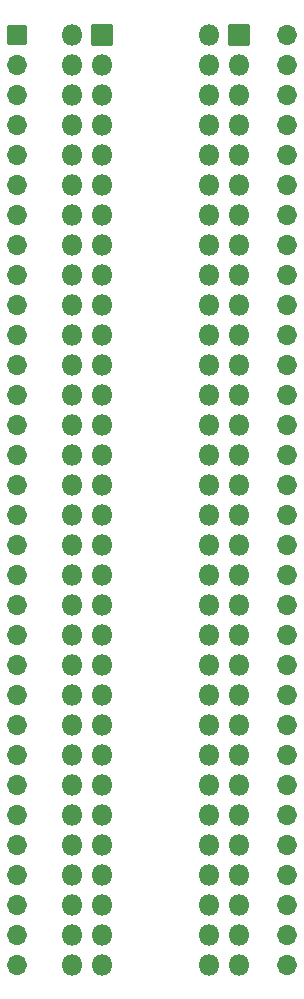
<source format=gbr>
G04 #@! TF.GenerationSoftware,KiCad,Pcbnew,(7.0.0-0)*
G04 #@! TF.CreationDate,2023-03-11T12:41:52+01:00*
G04 #@! TF.ProjectId,86KUUTHeader,38364b55-5554-4486-9561-6465722e6b69,rev?*
G04 #@! TF.SameCoordinates,Original*
G04 #@! TF.FileFunction,Soldermask,Bot*
G04 #@! TF.FilePolarity,Negative*
%FSLAX46Y46*%
G04 Gerber Fmt 4.6, Leading zero omitted, Abs format (unit mm)*
G04 Created by KiCad (PCBNEW (7.0.0-0)) date 2023-03-11 12:41:52*
%MOMM*%
%LPD*%
G01*
G04 APERTURE LIST*
G04 Aperture macros list*
%AMRoundRect*
0 Rectangle with rounded corners*
0 $1 Rounding radius*
0 $2 $3 $4 $5 $6 $7 $8 $9 X,Y pos of 4 corners*
0 Add a 4 corners polygon primitive as box body*
4,1,4,$2,$3,$4,$5,$6,$7,$8,$9,$2,$3,0*
0 Add four circle primitives for the rounded corners*
1,1,$1+$1,$2,$3*
1,1,$1+$1,$4,$5*
1,1,$1+$1,$6,$7*
1,1,$1+$1,$8,$9*
0 Add four rect primitives between the rounded corners*
20,1,$1+$1,$2,$3,$4,$5,0*
20,1,$1+$1,$4,$5,$6,$7,0*
20,1,$1+$1,$6,$7,$8,$9,0*
20,1,$1+$1,$8,$9,$2,$3,0*%
G04 Aperture macros list end*
%ADD10RoundRect,0.051000X-0.850000X-0.850000X0.850000X-0.850000X0.850000X0.850000X-0.850000X0.850000X0*%
%ADD11O,1.802000X1.802000*%
%ADD12RoundRect,0.051000X-0.800000X-0.800000X0.800000X-0.800000X0.800000X0.800000X-0.800000X0.800000X0*%
%ADD13O,1.702000X1.702000*%
G04 APERTURE END LIST*
D10*
X130360000Y-58800000D03*
D11*
X127819999Y-58799999D03*
X130359999Y-61339999D03*
X127819999Y-61339999D03*
X130359999Y-63879999D03*
X127819999Y-63879999D03*
X130359999Y-66419999D03*
X127819999Y-66419999D03*
X130359999Y-68959999D03*
X127819999Y-68959999D03*
X130359999Y-71499999D03*
X127819999Y-71499999D03*
X130359999Y-74039999D03*
X127819999Y-74039999D03*
X130359999Y-76579999D03*
X127819999Y-76579999D03*
X130359999Y-79119999D03*
X127819999Y-79119999D03*
X130359999Y-81659999D03*
X127819999Y-81659999D03*
X130359999Y-84199999D03*
X127819999Y-84199999D03*
X130359999Y-86739999D03*
X127819999Y-86739999D03*
X130359999Y-89279999D03*
X127819999Y-89279999D03*
X130359999Y-91819999D03*
X127819999Y-91819999D03*
X130359999Y-94359999D03*
X127819999Y-94359999D03*
X130359999Y-96899999D03*
X127819999Y-96899999D03*
X130359999Y-99439999D03*
X127819999Y-99439999D03*
X130359999Y-101979999D03*
X127819999Y-101979999D03*
X130359999Y-104519999D03*
X127819999Y-104519999D03*
X130359999Y-107059999D03*
X127819999Y-107059999D03*
X130359999Y-109599999D03*
X127819999Y-109599999D03*
X130359999Y-112139999D03*
X127819999Y-112139999D03*
X130359999Y-114679999D03*
X127819999Y-114679999D03*
X130359999Y-117219999D03*
X127819999Y-117219999D03*
X130359999Y-119759999D03*
X127819999Y-119759999D03*
X130359999Y-122299999D03*
X127819999Y-122299999D03*
X130359999Y-124839999D03*
X127819999Y-124839999D03*
X130359999Y-127379999D03*
X127819999Y-127379999D03*
X130359999Y-129919999D03*
X127819999Y-129919999D03*
X130359999Y-132459999D03*
X127819999Y-132459999D03*
X130359999Y-134999999D03*
X127819999Y-134999999D03*
X130359999Y-137539999D03*
X127819999Y-137539999D03*
D10*
X142000000Y-58800000D03*
D11*
X139459999Y-58799999D03*
X141999999Y-61339999D03*
X139459999Y-61339999D03*
X141999999Y-63879999D03*
X139459999Y-63879999D03*
X141999999Y-66419999D03*
X139459999Y-66419999D03*
X141999999Y-68959999D03*
X139459999Y-68959999D03*
X141999999Y-71499999D03*
X139459999Y-71499999D03*
X141999999Y-74039999D03*
X139459999Y-74039999D03*
X141999999Y-76579999D03*
X139459999Y-76579999D03*
X141999999Y-79119999D03*
X139459999Y-79119999D03*
X141999999Y-81659999D03*
X139459999Y-81659999D03*
X141999999Y-84199999D03*
X139459999Y-84199999D03*
X141999999Y-86739999D03*
X139459999Y-86739999D03*
X141999999Y-89279999D03*
X139459999Y-89279999D03*
X141999999Y-91819999D03*
X139459999Y-91819999D03*
X141999999Y-94359999D03*
X139459999Y-94359999D03*
X141999999Y-96899999D03*
X139459999Y-96899999D03*
X141999999Y-99439999D03*
X139459999Y-99439999D03*
X141999999Y-101979999D03*
X139459999Y-101979999D03*
X141999999Y-104519999D03*
X139459999Y-104519999D03*
X141999999Y-107059999D03*
X139459999Y-107059999D03*
X141999999Y-109599999D03*
X139459999Y-109599999D03*
X141999999Y-112139999D03*
X139459999Y-112139999D03*
X141999999Y-114679999D03*
X139459999Y-114679999D03*
X141999999Y-117219999D03*
X139459999Y-117219999D03*
X141999999Y-119759999D03*
X139459999Y-119759999D03*
X141999999Y-122299999D03*
X139459999Y-122299999D03*
X141999999Y-124839999D03*
X139459999Y-124839999D03*
X141999999Y-127379999D03*
X139459999Y-127379999D03*
X141999999Y-129919999D03*
X139459999Y-129919999D03*
X141999999Y-132459999D03*
X139459999Y-132459999D03*
X141999999Y-134999999D03*
X139459999Y-134999999D03*
X141999999Y-137539999D03*
X139459999Y-137539999D03*
D12*
X123207000Y-58800000D03*
D13*
X123206999Y-61339999D03*
X123206999Y-63879999D03*
X123206999Y-66419999D03*
X123206999Y-68959999D03*
X123206999Y-71499999D03*
X123206999Y-74039999D03*
X123206999Y-76579999D03*
X123206999Y-79119999D03*
X123206999Y-81659999D03*
X123206999Y-84199999D03*
X123206999Y-86739999D03*
X123206999Y-89279999D03*
X123206999Y-91819999D03*
X123206999Y-94359999D03*
X123206999Y-96899999D03*
X123206999Y-99439999D03*
X123206999Y-101979999D03*
X123206999Y-104519999D03*
X123206999Y-107059999D03*
X123206999Y-109599999D03*
X123206999Y-112139999D03*
X123206999Y-114679999D03*
X123206999Y-117219999D03*
X123206999Y-119759999D03*
X123206999Y-122299999D03*
X123206999Y-124839999D03*
X123206999Y-127379999D03*
X123206999Y-129919999D03*
X123206999Y-132459999D03*
X123206999Y-134999999D03*
X123206999Y-137539999D03*
X146066999Y-137539999D03*
X146066999Y-134999999D03*
X146066999Y-132459999D03*
X146066999Y-129919999D03*
X146066999Y-127379999D03*
X146066999Y-124839999D03*
X146066999Y-122299999D03*
X146066999Y-119759999D03*
X146066999Y-117219999D03*
X146066999Y-114679999D03*
X146066999Y-112139999D03*
X146066999Y-109599999D03*
X146066999Y-107059999D03*
X146066999Y-104519999D03*
X146066999Y-101979999D03*
X146066999Y-99439999D03*
X146066999Y-96899999D03*
X146066999Y-94359999D03*
X146066999Y-91819999D03*
X146066999Y-89279999D03*
X146066999Y-86739999D03*
X146066999Y-84199999D03*
X146066999Y-81659999D03*
X146066999Y-79119999D03*
X146066999Y-76579999D03*
X146066999Y-74039999D03*
X146066999Y-71499999D03*
X146066999Y-68959999D03*
X146066999Y-66419999D03*
X146066999Y-63879999D03*
X146066999Y-61339999D03*
X146066999Y-58799999D03*
M02*

</source>
